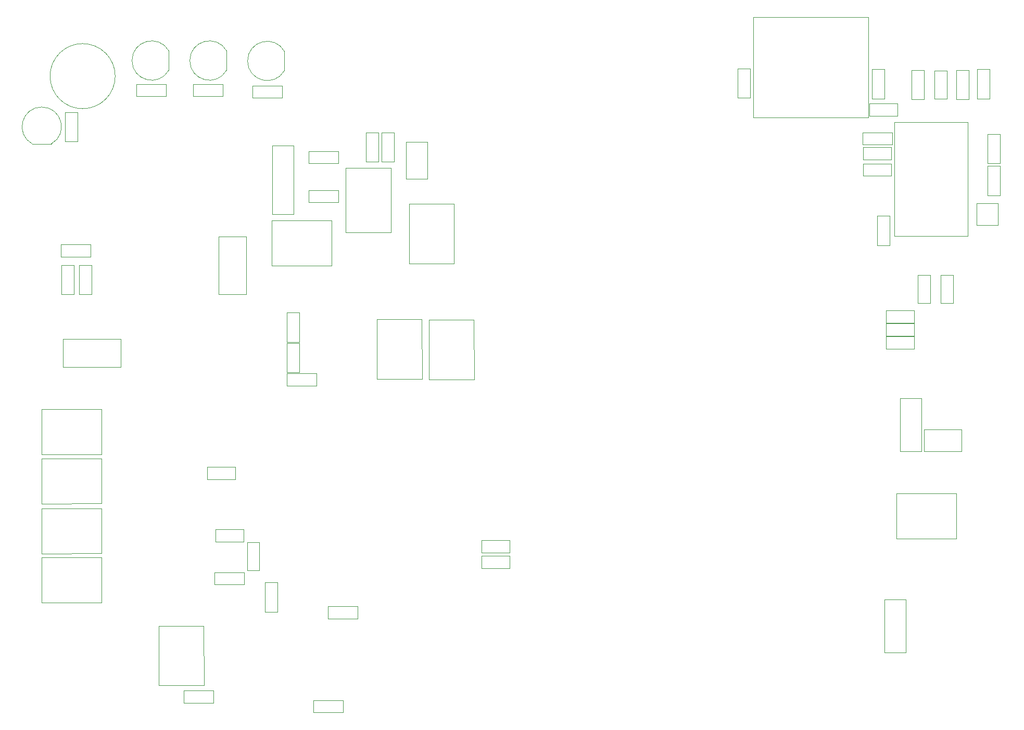
<source format=gbr>
G04 #@! TF.FileFunction,Other,User*
%FSLAX46Y46*%
G04 Gerber Fmt 4.6, Leading zero omitted, Abs format (unit mm)*
G04 Created by KiCad (PCBNEW 4.0.2-1.fc23-product) date Thu 28 Jul 2016 11:49:27 AM EEST*
%MOMM*%
G01*
G04 APERTURE LIST*
%ADD10C,0.100000*%
%ADD11C,0.050000*%
G04 APERTURE END LIST*
D10*
D11*
X130447000Y-78919200D02*
X130497000Y-88619200D01*
X130497000Y-88619200D02*
X123147000Y-88619200D01*
X123147000Y-88619200D02*
X123147000Y-78919200D01*
X123147000Y-78919200D02*
X130447000Y-78919200D01*
X69874000Y-108806000D02*
X60174000Y-108856000D01*
X60174000Y-108856000D02*
X60174000Y-101506000D01*
X60174000Y-101506000D02*
X69874000Y-101506000D01*
X69874000Y-101506000D02*
X69874000Y-108806000D01*
X107339000Y-70071000D02*
X97639000Y-70121000D01*
X97639000Y-70121000D02*
X97639000Y-62771000D01*
X97639000Y-62771000D02*
X107339000Y-62771000D01*
X107339000Y-62771000D02*
X107339000Y-70071000D01*
X127221000Y-60047000D02*
X127271000Y-69747000D01*
X127271000Y-69747000D02*
X119921000Y-69747000D01*
X119921000Y-69747000D02*
X119921000Y-60047000D01*
X119921000Y-60047000D02*
X127221000Y-60047000D01*
X69874000Y-116934000D02*
X60174000Y-116984000D01*
X60174000Y-116984000D02*
X60174000Y-109634000D01*
X60174000Y-109634000D02*
X69874000Y-109634000D01*
X69874000Y-109634000D02*
X69874000Y-116934000D01*
X69874000Y-100805000D02*
X60174000Y-100855000D01*
X60174000Y-100855000D02*
X60174000Y-93505000D01*
X60174000Y-93505000D02*
X69874000Y-93505000D01*
X69874000Y-93505000D02*
X69874000Y-100805000D01*
X69874000Y-124935000D02*
X60174000Y-124985000D01*
X60174000Y-124985000D02*
X60174000Y-117635000D01*
X60174000Y-117635000D02*
X69874000Y-117635000D01*
X69874000Y-117635000D02*
X69874000Y-124935000D01*
X208939000Y-114521000D02*
X199239000Y-114571000D01*
X199239000Y-114571000D02*
X199239000Y-107221000D01*
X199239000Y-107221000D02*
X208939000Y-107221000D01*
X208939000Y-107221000D02*
X208939000Y-114521000D01*
X122014000Y-78843000D02*
X122064000Y-88543000D01*
X122064000Y-88543000D02*
X114714000Y-88543000D01*
X114714000Y-88543000D02*
X114714000Y-78843000D01*
X114714000Y-78843000D02*
X122014000Y-78843000D01*
X193788000Y-50816000D02*
X198388000Y-50816000D01*
X193788000Y-52816000D02*
X198388000Y-52816000D01*
X193788000Y-50816000D02*
X193788000Y-52816000D01*
X198388000Y-50816000D02*
X198388000Y-52816000D01*
X204708000Y-71614000D02*
X204708000Y-76214000D01*
X202708000Y-71614000D02*
X202708000Y-76214000D01*
X204708000Y-71614000D02*
X202708000Y-71614000D01*
X204708000Y-76214000D02*
X202708000Y-76214000D01*
X208391000Y-71614000D02*
X208391000Y-76214000D01*
X206391000Y-71614000D02*
X206391000Y-76214000D01*
X208391000Y-71614000D02*
X206391000Y-71614000D01*
X208391000Y-76214000D02*
X206391000Y-76214000D01*
X197471000Y-81613500D02*
X202071000Y-81613500D01*
X197471000Y-83613500D02*
X202071000Y-83613500D01*
X197471000Y-81613500D02*
X197471000Y-83613500D01*
X202071000Y-81613500D02*
X202071000Y-83613500D01*
X198388000Y-55483000D02*
X193788000Y-55483000D01*
X198388000Y-53483000D02*
X193788000Y-53483000D01*
X198388000Y-55483000D02*
X198388000Y-53483000D01*
X193788000Y-55483000D02*
X193788000Y-53483000D01*
X197471000Y-79518000D02*
X202071000Y-79518000D01*
X197471000Y-81518000D02*
X202071000Y-81518000D01*
X197471000Y-79518000D02*
X197471000Y-81518000D01*
X202071000Y-79518000D02*
X202071000Y-81518000D01*
X197471000Y-77422500D02*
X202071000Y-77422500D01*
X197471000Y-79422500D02*
X202071000Y-79422500D01*
X197471000Y-77422500D02*
X197471000Y-79422500D01*
X202071000Y-77422500D02*
X202071000Y-79422500D01*
X207375000Y-38340000D02*
X207375000Y-42940000D01*
X205375000Y-38340000D02*
X205375000Y-42940000D01*
X207375000Y-38340000D02*
X205375000Y-38340000D01*
X207375000Y-42940000D02*
X205375000Y-42940000D01*
X199404000Y-45704000D02*
X194804000Y-45704000D01*
X199404000Y-43704000D02*
X194804000Y-43704000D01*
X199404000Y-45704000D02*
X199404000Y-43704000D01*
X194804000Y-45704000D02*
X194804000Y-43704000D01*
X63689500Y-82078000D02*
X73089500Y-82078000D01*
X73089500Y-82078000D02*
X73089500Y-86578000D01*
X73089500Y-86578000D02*
X63689500Y-86578000D01*
X63689500Y-86578000D02*
X63689500Y-82078000D01*
X88936000Y-74804000D02*
X88936000Y-65404000D01*
X88936000Y-65404000D02*
X93436000Y-65404000D01*
X93436000Y-65404000D02*
X93436000Y-74804000D01*
X93436000Y-74804000D02*
X88936000Y-74804000D01*
X80875000Y-38253000D02*
X80875000Y-35153000D01*
X80873249Y-38256160D02*
G75*
G02X80875000Y-35153000I-2798249J1553160D01*
G01*
X90273000Y-38253000D02*
X90273000Y-35153000D01*
X90271249Y-38256160D02*
G75*
G02X90273000Y-35153000I-2798249J1553160D01*
G01*
X58648000Y-50268000D02*
X61748000Y-50268000D01*
X58644840Y-50266249D02*
G75*
G02X61748000Y-50268000I1553160J2798249D01*
G01*
X99671000Y-38316500D02*
X99671000Y-35216500D01*
X99669249Y-38319660D02*
G75*
G02X99671000Y-35216500I-2798249J1553160D01*
G01*
X210801000Y-65307000D02*
X210801000Y-46707000D01*
X198901000Y-65307000D02*
X198901000Y-46707000D01*
X210801000Y-65307000D02*
X198901000Y-65307000D01*
X210801000Y-46707000D02*
X198901000Y-46707000D01*
X209776000Y-100302000D02*
X209776000Y-96802000D01*
X203726000Y-100302000D02*
X203726000Y-96802000D01*
X209776000Y-100302000D02*
X203726000Y-100302000D01*
X209776000Y-96802000D02*
X203726000Y-96802000D01*
X199799000Y-91722000D02*
X199799000Y-100322000D01*
X203299000Y-91722000D02*
X203299000Y-100322000D01*
X199799000Y-91722000D02*
X203299000Y-91722000D01*
X199799000Y-100322000D02*
X203299000Y-100322000D01*
X197259000Y-124488000D02*
X197259000Y-133088000D01*
X200759000Y-124488000D02*
X200759000Y-133088000D01*
X197259000Y-124488000D02*
X200759000Y-124488000D01*
X197259000Y-133088000D02*
X200759000Y-133088000D01*
X212245000Y-59972000D02*
X212245000Y-63472000D01*
X215745000Y-59972000D02*
X215745000Y-63472000D01*
X212245000Y-59972000D02*
X215745000Y-59972000D01*
X212245000Y-63472000D02*
X215745000Y-63472000D01*
X97691000Y-50574000D02*
X97691000Y-61724000D01*
X101191000Y-50574000D02*
X101191000Y-61724000D01*
X97691000Y-50574000D02*
X101191000Y-50574000D01*
X97691000Y-61724000D02*
X101191000Y-61724000D01*
X122908000Y-55979000D02*
X122908000Y-49929000D01*
X119408000Y-55979000D02*
X119408000Y-49929000D01*
X122908000Y-55979000D02*
X119408000Y-55979000D01*
X122908000Y-49929000D02*
X119408000Y-49929000D01*
X109207000Y-142859000D02*
X104407000Y-142859000D01*
X109207000Y-140859000D02*
X104407000Y-140859000D01*
X109207000Y-142859000D02*
X109207000Y-140859000D01*
X104407000Y-142859000D02*
X104407000Y-140859000D01*
X108445000Y-59801000D02*
X103645000Y-59801000D01*
X108445000Y-57801000D02*
X103645000Y-57801000D01*
X108445000Y-59801000D02*
X108445000Y-57801000D01*
X103645000Y-59801000D02*
X103645000Y-57801000D01*
X108445000Y-53451000D02*
X103645000Y-53451000D01*
X108445000Y-51451000D02*
X103645000Y-51451000D01*
X108445000Y-53451000D02*
X108445000Y-51451000D01*
X103645000Y-53451000D02*
X103645000Y-51451000D01*
X98497900Y-121692000D02*
X98497900Y-126492000D01*
X96497900Y-121692000D02*
X96497900Y-126492000D01*
X98497900Y-121692000D02*
X96497900Y-121692000D01*
X98497900Y-126492000D02*
X96497900Y-126492000D01*
X111579360Y-127598680D02*
X106779360Y-127598680D01*
X111579360Y-125598680D02*
X106779360Y-125598680D01*
X111579360Y-127598680D02*
X111579360Y-125598680D01*
X106779360Y-127598680D02*
X106779360Y-125598680D01*
X112919000Y-53200000D02*
X112919000Y-48400000D01*
X114919000Y-53200000D02*
X114919000Y-48400000D01*
X112919000Y-53200000D02*
X114919000Y-53200000D01*
X112919000Y-48400000D02*
X114919000Y-48400000D01*
X115459000Y-53200000D02*
X115459000Y-48400000D01*
X117459000Y-53200000D02*
X117459000Y-48400000D01*
X115459000Y-53200000D02*
X117459000Y-53200000D01*
X115459000Y-48400000D02*
X117459000Y-48400000D01*
X100092000Y-82537000D02*
X100092000Y-77737000D01*
X102092000Y-82537000D02*
X102092000Y-77737000D01*
X100092000Y-82537000D02*
X102092000Y-82537000D01*
X100092000Y-77737000D02*
X102092000Y-77737000D01*
X102092000Y-82690000D02*
X102092000Y-87490000D01*
X100092000Y-82690000D02*
X100092000Y-87490000D01*
X102092000Y-82690000D02*
X100092000Y-82690000D01*
X102092000Y-87490000D02*
X100092000Y-87490000D01*
X104889000Y-89646000D02*
X100089000Y-89646000D01*
X104889000Y-87646000D02*
X100089000Y-87646000D01*
X104889000Y-89646000D02*
X104889000Y-87646000D01*
X100089000Y-89646000D02*
X100089000Y-87646000D01*
X68310000Y-69990000D02*
X68310000Y-74790000D01*
X66310000Y-69990000D02*
X66310000Y-74790000D01*
X68310000Y-69990000D02*
X66310000Y-69990000D01*
X68310000Y-74790000D02*
X66310000Y-74790000D01*
X68122500Y-68627500D02*
X63322500Y-68627500D01*
X68122500Y-66627500D02*
X63322500Y-66627500D01*
X68122500Y-68627500D02*
X68122500Y-66627500D01*
X63322500Y-68627500D02*
X63322500Y-66627500D01*
X63389000Y-74790000D02*
X63389000Y-69990000D01*
X65389000Y-74790000D02*
X65389000Y-69990000D01*
X63389000Y-74790000D02*
X65389000Y-74790000D01*
X63389000Y-69990000D02*
X65389000Y-69990000D01*
X80378000Y-42529000D02*
X75578000Y-42529000D01*
X80378000Y-40529000D02*
X75578000Y-40529000D01*
X80378000Y-42529000D02*
X80378000Y-40529000D01*
X75578000Y-42529000D02*
X75578000Y-40529000D01*
X89649000Y-42529000D02*
X84849000Y-42529000D01*
X89649000Y-40529000D02*
X84849000Y-40529000D01*
X89649000Y-42529000D02*
X89649000Y-40529000D01*
X84849000Y-42529000D02*
X84849000Y-40529000D01*
X64024000Y-49898000D02*
X64024000Y-45098000D01*
X66024000Y-49898000D02*
X66024000Y-45098000D01*
X64024000Y-49898000D02*
X66024000Y-49898000D01*
X64024000Y-45098000D02*
X66024000Y-45098000D01*
X99301000Y-42783000D02*
X94501000Y-42783000D01*
X99301000Y-40783000D02*
X94501000Y-40783000D01*
X99301000Y-42783000D02*
X99301000Y-40783000D01*
X94501000Y-42783000D02*
X94501000Y-40783000D01*
X216011000Y-53861000D02*
X216011000Y-58661000D01*
X214011000Y-53861000D02*
X214011000Y-58661000D01*
X216011000Y-53861000D02*
X214011000Y-53861000D01*
X216011000Y-58661000D02*
X214011000Y-58661000D01*
X214011000Y-53454000D02*
X214011000Y-48654000D01*
X216011000Y-53454000D02*
X216011000Y-48654000D01*
X214011000Y-53454000D02*
X216011000Y-53454000D01*
X214011000Y-48654000D02*
X216011000Y-48654000D01*
X201692000Y-43040000D02*
X201692000Y-38240000D01*
X203692000Y-43040000D02*
X203692000Y-38240000D01*
X201692000Y-43040000D02*
X203692000Y-43040000D01*
X201692000Y-38240000D02*
X203692000Y-38240000D01*
X208931000Y-43040000D02*
X208931000Y-38240000D01*
X210931000Y-43040000D02*
X210931000Y-38240000D01*
X208931000Y-43040000D02*
X210931000Y-43040000D01*
X208931000Y-38240000D02*
X210931000Y-38240000D01*
X212360000Y-42913000D02*
X212360000Y-38113000D01*
X214360000Y-42913000D02*
X214360000Y-38113000D01*
X212360000Y-42913000D02*
X214360000Y-42913000D01*
X212360000Y-38113000D02*
X214360000Y-38113000D01*
X193688000Y-48403000D02*
X198488000Y-48403000D01*
X193688000Y-50403000D02*
X198488000Y-50403000D01*
X193688000Y-48403000D02*
X193688000Y-50403000D01*
X198488000Y-48403000D02*
X198488000Y-50403000D01*
X173371000Y-42786000D02*
X173371000Y-37986000D01*
X175371000Y-42786000D02*
X175371000Y-37986000D01*
X173371000Y-42786000D02*
X175371000Y-42786000D01*
X173371000Y-37986000D02*
X175371000Y-37986000D01*
X195215000Y-42913000D02*
X195215000Y-38113000D01*
X197215000Y-42913000D02*
X197215000Y-38113000D01*
X195215000Y-42913000D02*
X197215000Y-42913000D01*
X195215000Y-38113000D02*
X197215000Y-38113000D01*
X196104000Y-66789000D02*
X196104000Y-61989000D01*
X198104000Y-66789000D02*
X198104000Y-61989000D01*
X196104000Y-66789000D02*
X198104000Y-66789000D01*
X196104000Y-61989000D02*
X198104000Y-61989000D01*
X116984000Y-64686000D02*
X116984000Y-54186000D01*
X109584000Y-64686000D02*
X109584000Y-54186000D01*
X116984000Y-64686000D02*
X109584000Y-64686000D01*
X116984000Y-54186000D02*
X109584000Y-54186000D01*
X72142000Y-39243000D02*
G75*
G03X72142000Y-39243000I-5300000J0D01*
G01*
X175937000Y-29650000D02*
X175937000Y-46000000D01*
X175937000Y-46000000D02*
X194637000Y-46000000D01*
X194637000Y-46000000D02*
X194637000Y-29650000D01*
X194637000Y-29650000D02*
X175937000Y-29650000D01*
X131685000Y-114824000D02*
X136285000Y-114824000D01*
X131685000Y-116824000D02*
X136285000Y-116824000D01*
X131685000Y-114824000D02*
X131685000Y-116824000D01*
X136285000Y-114824000D02*
X136285000Y-116824000D01*
X131685000Y-117364000D02*
X136285000Y-117364000D01*
X131685000Y-119364000D02*
X136285000Y-119364000D01*
X131685000Y-117364000D02*
X131685000Y-119364000D01*
X136285000Y-117364000D02*
X136285000Y-119364000D01*
X93589600Y-119750000D02*
X93589600Y-115150000D01*
X95589600Y-119750000D02*
X95589600Y-115150000D01*
X93589600Y-119750000D02*
X95589600Y-119750000D01*
X93589600Y-115150000D02*
X95589600Y-115150000D01*
X87108000Y-102886000D02*
X91708000Y-102886000D01*
X87108000Y-104886000D02*
X91708000Y-104886000D01*
X87108000Y-102886000D02*
X87108000Y-104886000D01*
X91708000Y-102886000D02*
X91708000Y-104886000D01*
X86504800Y-128754000D02*
X86554800Y-138454000D01*
X86554800Y-138454000D02*
X79204800Y-138454000D01*
X79204800Y-138454000D02*
X79204800Y-128754000D01*
X79204800Y-128754000D02*
X86504800Y-128754000D01*
X88428800Y-113046000D02*
X93028800Y-113046000D01*
X88428800Y-115046000D02*
X93028800Y-115046000D01*
X88428800Y-113046000D02*
X88428800Y-115046000D01*
X93028800Y-113046000D02*
X93028800Y-115046000D01*
X83299600Y-139310000D02*
X88099600Y-139310000D01*
X83299600Y-141310000D02*
X88099600Y-141310000D01*
X83299600Y-139310000D02*
X83299600Y-141310000D01*
X88099600Y-139310000D02*
X88099600Y-141310000D01*
X88278000Y-120031000D02*
X93078000Y-120031000D01*
X88278000Y-122031000D02*
X93078000Y-122031000D01*
X88278000Y-120031000D02*
X88278000Y-122031000D01*
X93078000Y-120031000D02*
X93078000Y-122031000D01*
M02*

</source>
